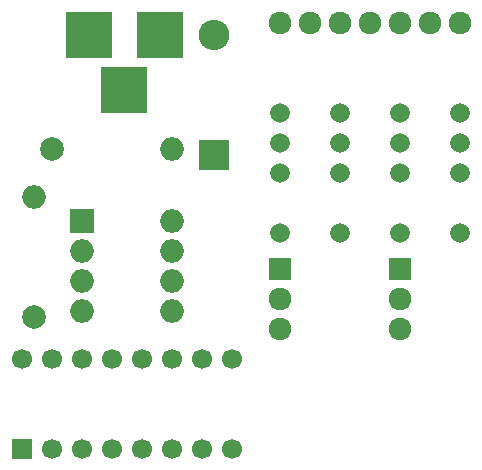
<source format=gbs>
G04 #@! TF.GenerationSoftware,KiCad,Pcbnew,(2017-12-24 revision 570866557)-makepkg*
G04 #@! TF.CreationDate,2018-01-07T21:48:38-05:00*
G04 #@! TF.ProjectId,HeadboardDriver,48656164626F6172644472697665722E,rev?*
G04 #@! TF.SameCoordinates,Original*
G04 #@! TF.FileFunction,Soldermask,Bot*
G04 #@! TF.FilePolarity,Negative*
%FSLAX46Y46*%
G04 Gerber Fmt 4.6, Leading zero omitted, Abs format (unit mm)*
G04 Created by KiCad (PCBNEW (2017-12-24 revision 570866557)-makepkg) date Sun Jan  7 21:48:38 2018*
%MOMM*%
%LPD*%
G01*
G04 APERTURE LIST*
%ADD10R,1.695400X1.695400*%
%ADD11C,1.695400*%
%ADD12C,1.924000*%
%ADD13R,3.900000X3.900000*%
%ADD14R,2.600000X2.600000*%
%ADD15O,2.600000X2.600000*%
%ADD16R,2.000000X2.000000*%
%ADD17O,2.000000X2.000000*%
%ADD18C,1.670000*%
%ADD19C,2.000000*%
%ADD20R,1.920000X1.920000*%
%ADD21C,1.920000*%
G04 APERTURE END LIST*
D10*
X145796000Y-109220000D03*
D11*
X148336000Y-109220000D03*
X150876000Y-109220000D03*
X153416000Y-109220000D03*
X155956000Y-109220000D03*
X158496000Y-109220000D03*
X161036000Y-109220000D03*
X163576000Y-109220000D03*
X163576000Y-101600000D03*
X161036000Y-101600000D03*
X158496000Y-101600000D03*
X155956000Y-101600000D03*
X153416000Y-101600000D03*
X150876000Y-101600000D03*
X148336000Y-101600000D03*
X145796000Y-101600000D03*
D12*
X182880000Y-73152000D03*
X180340000Y-73152000D03*
X177800000Y-73152000D03*
X175260000Y-73152000D03*
X172720000Y-73152000D03*
X170180000Y-73152000D03*
X167640000Y-73152000D03*
D13*
X157480000Y-74168000D03*
X151480000Y-74168000D03*
X154480000Y-78868000D03*
D14*
X162052000Y-84328000D03*
D15*
X162052000Y-74168000D03*
D16*
X150876000Y-89916000D03*
D17*
X158496000Y-97536000D03*
X150876000Y-92456000D03*
X158496000Y-94996000D03*
X150876000Y-94996000D03*
X158496000Y-92456000D03*
X150876000Y-97536000D03*
X158496000Y-89916000D03*
D18*
X167640000Y-90957400D03*
X167640000Y-85877400D03*
X167640000Y-83337400D03*
X167640000Y-80797400D03*
X172720000Y-80797400D03*
X172720000Y-83337400D03*
X172720000Y-85877400D03*
X172720000Y-90957400D03*
X182880000Y-90957400D03*
X182880000Y-85877400D03*
X182880000Y-83337400D03*
X182880000Y-80797400D03*
X177800000Y-80797400D03*
X177800000Y-83337400D03*
X177800000Y-85877400D03*
X177800000Y-90957400D03*
D17*
X158496000Y-83820000D03*
D19*
X148336000Y-83820000D03*
X146812000Y-98044000D03*
D17*
X146812000Y-87884000D03*
D20*
X167640000Y-93980000D03*
D21*
X167640000Y-99060000D03*
X167640000Y-96520000D03*
X177800000Y-96520000D03*
X177800000Y-99060000D03*
D20*
X177800000Y-93980000D03*
M02*

</source>
